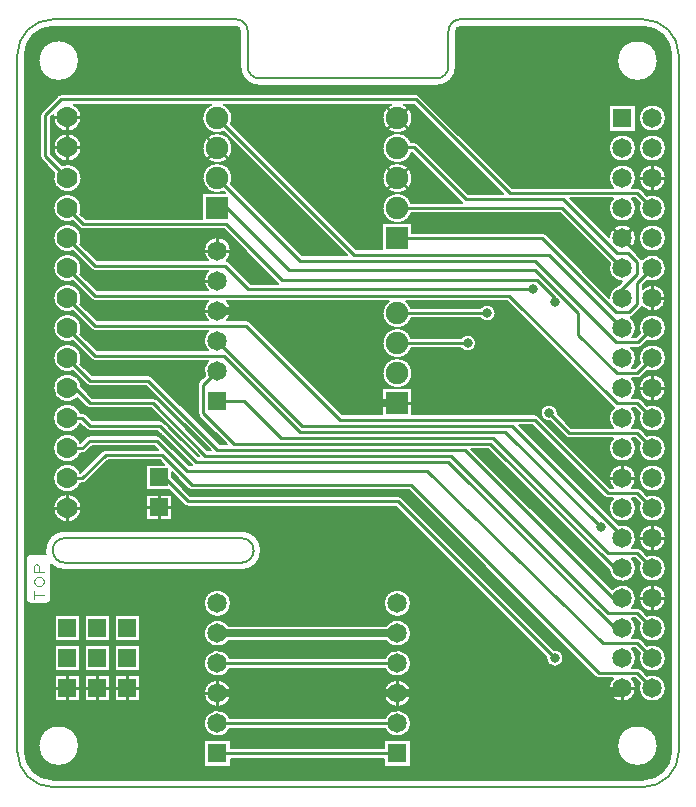
<source format=gbr>
G04 DesignSpark PCB PRO Gerber Version 10.1 Build 5299*
G04 #@! TF.Part,Single*
G04 #@! TF.FileFunction,Copper,L1,Top*
G04 #@! TF.FilePolarity,Positive*
%FSLAX35Y35*%
%MOIN*%
G04 #@! TA.AperFunction,ComponentPad*
%ADD19R,0.06000X0.06000*%
%ADD14R,0.06496X0.06496*%
%ADD16R,0.07500X0.07500*%
G04 #@! TD.AperFunction*
%ADD13C,0.00450*%
%ADD70C,0.00500*%
%ADD11C,0.01000*%
%ADD10C,0.02500*%
G04 #@! TA.AperFunction,ViaPad*
%ADD12C,0.03200*%
G04 #@! TA.AperFunction,ComponentPad*
%ADD15C,0.06496*%
%ADD18C,0.06969*%
%ADD17C,0.07500*%
G04 #@! TD.AperFunction*
X0Y0D02*
D02*
D10*
X129163Y137003D02*
X125272D01*
X94445Y167830D01*
X75272D01*
X135272Y40250D02*
X75272D01*
X135272D02*
X208519D01*
X210272Y42003D01*
X135272Y60250D02*
X75272D01*
X135272Y137003D02*
X129163D01*
X135272D02*
X129163D01*
D02*
D11*
X22266Y102003D02*
X20266D01*
X22266Y222250D02*
X20266D01*
X22266Y232250D02*
X20266D01*
X22772Y42003D02*
X20772D01*
X25250Y99019D02*
Y97019D01*
Y104987D02*
Y106987D01*
Y219266D02*
Y217266D01*
Y225234D02*
Y227234D01*
Y229266D02*
Y227266D01*
X25272Y39503D02*
Y37503D01*
Y44503D02*
Y46503D01*
Y122003D02*
X30272D01*
X32772Y124503D01*
X55022D01*
X65022Y114503D01*
X145272D01*
X203809Y57003D01*
X215272D01*
X220272Y52003D01*
X25272Y132003D02*
X30272D01*
X32772Y129503D01*
X56022D01*
X57985Y127540D01*
X58022D01*
X68022Y117540D01*
X152157D01*
X207694Y62003D01*
X210272D01*
X25272Y142003D02*
X27772D01*
X32772Y137003D01*
X53772D01*
X71235Y119541D01*
X152986D01*
X205523Y67003D01*
X215272D01*
X220272Y62003D01*
X25272Y162003D02*
X34445Y152830D01*
X77443D01*
X102730Y127542D01*
X171168D01*
X203110Y95600D01*
X25272Y192003D02*
X34445Y182830D01*
X77768D01*
X85625Y174973D01*
X180460D01*
X25272Y212003D02*
X17963Y219312D01*
Y232963D01*
X23250Y238250D01*
X141394D01*
X172641Y207003D01*
X215272D01*
X220272Y202003D01*
X27772Y42003D02*
X29772D01*
X28234Y102003D02*
X30234D01*
X28234Y222250D02*
X30234D01*
X28234Y232250D02*
X30234D01*
X32772Y42003D02*
X30772D01*
X35272Y39503D02*
Y37503D01*
Y44503D02*
Y46503D01*
X37772Y42003D02*
X39772D01*
X42772D02*
X40772D01*
X45272Y39503D02*
Y37503D01*
Y44503D02*
Y46503D01*
X47772Y42003D02*
X49772D01*
X53272Y102253D02*
X51272D01*
X55772Y99753D02*
Y97753D01*
Y104753D02*
Y106753D01*
Y112253D02*
X57522D01*
X65522Y104253D01*
X135522D01*
X187772Y52003D01*
X58272Y102253D02*
X60272D01*
X72524Y40250D02*
X70524D01*
X72524Y167830D02*
X70524D01*
X72524Y177830D02*
X70524D01*
X72524Y187830D02*
X70524D01*
X72974Y219705D02*
X71560Y218291D01*
X72974Y224301D02*
X71560Y225715D01*
X75272Y37502D02*
Y35502D01*
Y42998D02*
Y44998D01*
Y137830D02*
X84020D01*
X96308Y125542D01*
X166985D01*
X205523Y87003D01*
X215272D01*
X220272Y82003D01*
X75272Y157830D02*
X103559Y129543D01*
X173552D01*
X210272Y92823D01*
Y92003D01*
X75272Y190578D02*
Y192578D01*
Y232003D02*
X120787Y186488D01*
X185787D01*
X210272Y162003D01*
X77570Y219705D02*
X78984Y218291D01*
X78020Y40250D02*
X80020D01*
X78020Y167830D02*
X80020D01*
X78020Y187830D02*
X80020D01*
X132022Y137003D02*
X130022D01*
X132524Y40250D02*
X130524D01*
X132974Y209705D02*
X131560Y208291D01*
X132974Y214301D02*
X131560Y215715D01*
X132974Y229705D02*
X131560Y228291D01*
X132974Y234301D02*
X131560Y235715D01*
X135272Y20250D02*
X75272D01*
X135272Y30250D02*
X75272D01*
X135272Y37502D02*
Y35502D01*
Y42998D02*
Y44998D01*
Y50250D02*
X75272D01*
X135272Y157003D02*
X158661D01*
X135272Y222003D02*
X135519Y222250D01*
X140772D01*
X158020Y205002D01*
X190557D01*
X208556Y187003D01*
X212181D01*
X215227Y183957D01*
Y180015D01*
X210272Y175060D01*
Y172003D01*
X137570Y209705D02*
X138984Y208291D01*
X137570Y214301D02*
X138984Y215715D01*
X137570Y229705D02*
X138984Y228291D01*
X137570Y234301D02*
X138984Y235715D01*
X138020Y40250D02*
X140020D01*
X138522Y137003D02*
X140522D01*
X165180Y167003D02*
X135272D01*
X185833Y133735D02*
X192565Y127003D01*
X215272D01*
X220272Y122003D01*
X187675Y170557D02*
Y172143D01*
X181745Y178073D01*
X96716D01*
X78140Y196649D01*
X30626D01*
X25272Y202003D01*
X207524Y42003D02*
X205524D01*
X207524Y112003D02*
X205524D01*
X208329Y193946D02*
X206915Y195361D01*
X210272Y39255D02*
Y37255D01*
Y72003D02*
X207272D01*
X157772Y121503D01*
X75272D01*
X52272Y144503D01*
X32772D01*
X25272Y152003D01*
X210272Y82003D02*
X207694D01*
X166156Y123541D01*
X80720D01*
X70523Y133738D01*
Y143081D01*
X75272Y147830D01*
X210272Y114751D02*
Y116751D01*
Y182003D02*
X190272Y202003D01*
X135272D01*
X212215Y190060D02*
X213630Y188646D01*
X212215Y193946D02*
X213630Y195361D01*
X213020Y42003D02*
X215020D01*
X213020Y112003D02*
X215020D01*
X217524Y72003D02*
X215524D01*
X217524Y92003D02*
X215524D01*
X217524Y142003D02*
X215524D01*
X217524Y212003D02*
X215524D01*
X220272Y42003D02*
X215272Y47003D01*
X202519D01*
X139769Y109753D01*
X66772D01*
X56772Y119753D01*
X38022D01*
X30272Y112003D01*
X25272D01*
X220272Y69255D02*
Y67255D01*
Y74751D02*
Y76751D01*
Y89255D02*
Y87255D01*
Y94751D02*
Y96751D01*
Y102003D02*
X215272Y107003D01*
X205523D01*
X180983Y131543D01*
X116210D01*
X84924Y162830D01*
X34445D01*
X25272Y172003D01*
X220272Y132003D02*
X215272Y137003D01*
X208394D01*
X172567Y172830D01*
X34445D01*
X25272Y182003D01*
X220272Y139255D02*
Y137255D01*
Y144751D02*
Y146751D01*
Y152003D02*
X215272Y147003D01*
X208406D01*
X195581Y159828D01*
Y167067D01*
X181098Y181549D01*
X99039D01*
X78585Y202003D01*
X75272D01*
X220272Y162003D02*
X215522Y157253D01*
X208223D01*
X180989Y184487D01*
X102788D01*
X75272Y212003D01*
X220272Y169255D02*
Y167255D01*
Y174751D02*
Y176751D01*
Y182003D02*
X215272Y177003D01*
Y170094D01*
X212412Y167234D01*
X208291D01*
X183521Y192003D01*
X135272D01*
X220272Y209255D02*
Y207255D01*
Y214751D02*
Y216751D01*
X223020Y72003D02*
X225020D01*
X223020Y92003D02*
X225020D01*
X223020Y142003D02*
X225020D01*
X223020Y172003D02*
X225020D01*
X223020Y212003D02*
X225020D01*
D02*
D12*
X158661Y157003D03*
X165180Y167003D03*
X180460Y174973D03*
X185833Y133735D03*
X187675Y170557D03*
X187772Y52003D03*
X203110Y95600D03*
D02*
D13*
X17491Y73095D02*
X14116D01*
Y71689D02*
Y74501D01*
X16366Y76189D02*
X15241D01*
X14678Y76470D01*
X14397Y76751D01*
X14116Y77314D01*
Y77876D01*
X14397Y78439D01*
X14678Y78720D01*
X15241Y79001D01*
X16366D01*
X16928Y78720D01*
X17209Y78439D01*
X17491Y77876D01*
Y77314D01*
X17209Y76751D01*
X16928Y76470D01*
X16366Y76189D01*
X17491Y80689D02*
X14116D01*
Y82657D01*
X14397Y83220D01*
X14959Y83501D01*
X15522Y83220D01*
X15804Y82657D01*
Y80689D01*
D02*
D14*
X75272Y20250D03*
Y137830D03*
X135272Y20250D03*
X210272Y232003D03*
D02*
D15*
X75272Y30250D03*
Y40250D03*
Y50250D03*
Y60250D03*
Y70250D03*
Y147830D03*
Y157830D03*
Y167830D03*
Y177830D03*
Y187830D03*
X135272Y30250D03*
Y40250D03*
Y50250D03*
Y60250D03*
Y70250D03*
X210272Y42003D03*
Y52003D03*
Y62003D03*
Y72003D03*
Y82003D03*
Y92003D03*
Y102003D03*
Y112003D03*
Y122003D03*
Y132003D03*
Y142003D03*
Y152003D03*
Y162003D03*
Y172003D03*
Y182003D03*
Y192003D03*
Y202003D03*
Y212003D03*
Y222003D03*
X220272Y42003D03*
Y52003D03*
Y62003D03*
Y72003D03*
Y82003D03*
Y92003D03*
Y102003D03*
Y112003D03*
Y122003D03*
Y132003D03*
Y142003D03*
Y152003D03*
Y162003D03*
Y172003D03*
Y182003D03*
Y192003D03*
Y202003D03*
Y212003D03*
Y222003D03*
Y232003D03*
D02*
D16*
X75272Y202003D03*
X135272Y137003D03*
Y192003D03*
D02*
D17*
X75272Y212003D03*
Y222003D03*
Y232003D03*
X135272Y147003D03*
Y157003D03*
Y167003D03*
Y202003D03*
Y212003D03*
Y222003D03*
Y232003D03*
D02*
D18*
X25250Y102003D03*
Y222250D03*
Y232250D03*
X25272Y112003D03*
Y122003D03*
Y132003D03*
Y142003D03*
Y152003D03*
Y162003D03*
Y172003D03*
Y182003D03*
Y192003D03*
Y202003D03*
Y212003D03*
D02*
D19*
Y42003D03*
Y52003D03*
Y62003D03*
X35272Y42003D03*
Y52003D03*
Y62003D03*
X45272Y42003D03*
Y52003D03*
Y62003D03*
X55772Y102253D03*
Y112253D03*
D02*
D70*
X20390Y88066D02*
G75*
G02*
X24327Y92003I3937J0D01*
G01*
X83382D01*
G75*
G02*
X87319Y88066I0J-3937D01*
G01*
Y87791D01*
G75*
G02*
X83382Y83854I-3937J0D01*
G01*
X24327D01*
G75*
G02*
X20390Y87791I0J3937D01*
G01*
Y88066D01*
Y264956D02*
G75*
G03*
X8579Y253145I0J-11811D01*
G01*
Y20861D01*
G75*
G03*
X20390Y9050I11811J0D01*
G01*
X217241D01*
G75*
G03*
X229052Y20861I0J11811D01*
G01*
Y253145D01*
G75*
G03*
X217241Y264956I-11811J0D01*
G01*
X156217D01*
G75*
G03*
X152280Y261019I0J-3937D01*
G01*
Y249208D01*
G75*
G02*
X148343Y245271I-3937J0D01*
G01*
X89288D01*
G75*
G02*
X85351Y249208I0J3937D01*
G01*
Y261019D01*
G75*
G03*
X81414Y264956I-3937J0D01*
G01*
X20390D01*
X133086Y236500D02*
X77458D01*
G75*
G02*
X79821Y229929I-2186J-4497D01*
G01*
X121512Y188238D01*
X130272D01*
Y197003D01*
X140272D01*
Y193753D01*
X183520D01*
G75*
G02*
X184759Y193241I1J-1750D01*
G01*
X205779Y172220D01*
G75*
G02*
X209077Y176339I4493J-217D01*
G01*
X210243Y177505D01*
G75*
G02*
X206105Y183696I30J4498D01*
G01*
X189547Y200253D01*
X139956D01*
G75*
G02*
X130272Y202003I-4684J1750D01*
G01*
G75*
G02*
X139956Y203753I5000J0D01*
G01*
X156794D01*
G75*
G02*
X156782Y203765I1231J1243D01*
G01*
X140047Y220500D01*
X140041D01*
G75*
G02*
X130272Y222003I-4769J1503D01*
G01*
G75*
G02*
X139856Y224000I5000J0D01*
G01*
X140771D01*
G75*
G02*
X142009Y223487I1J-1750D01*
G01*
X158744Y206752D01*
X170417D01*
X140670Y236500D01*
X137458D01*
G75*
G02*
X135272Y227003I-2186J-4497D01*
G01*
G75*
G02*
X133086Y236500I0J5000D01*
G01*
X130272Y212003D02*
G75*
G02*
X140272I5000J0D01*
G01*
G75*
G02*
X130272I-5000J0D01*
G01*
X97747D02*
G36*
X97747Y212003D02*
X121512Y188238D01*
X130272D01*
Y197003D01*
X140272D01*
Y193753D01*
X183520D01*
G75*
G02*
X184759Y193241I1J-1750D01*
G01*
X205529Y172470D01*
X205798D01*
G75*
G02*
X209077Y176339I4474J-467D01*
G01*
X209993Y177255D01*
Y177514D01*
G75*
G02*
X205774Y182003I279J4489D01*
G01*
G75*
G02*
X206105Y183696I4498J0D01*
G01*
X189547Y200253D01*
X139956D01*
G75*
G02*
X130272Y202003I-4683J1751D01*
G01*
G75*
G02*
X135246Y207003I5000J0D01*
G01*
G75*
G02*
X130272Y212003I26J5000D01*
G01*
X97747D01*
G37*
X153494D02*
G36*
X153494Y212003D02*
X158744Y206752D01*
X170417D01*
X165167Y212003D01*
X153494D01*
G37*
X80272Y232003D02*
G36*
X80272Y232003D02*
G75*
G02*
X79821Y229929I-5000J0D01*
G01*
X97747Y212003D01*
X130272D01*
G75*
G02*
X135235Y217003I5000J0D01*
G01*
G75*
G02*
X130272Y222003I37J5000D01*
G01*
Y222003D01*
G75*
G02*
X139856Y224000I5000J-2D01*
G01*
X140771D01*
G75*
G02*
X142009Y223487I1J-1750D01*
G01*
X153494Y212003D01*
X165167D01*
X140920Y236250D01*
X137911D01*
G75*
G02*
X140272Y232003I-2639J-4247D01*
G01*
G75*
G02*
X135272Y227003I-5000J0D01*
G01*
G75*
G02*
X130273Y232003I0J5000D01*
G01*
G75*
G02*
X132635Y236250I4999J0D01*
G01*
X77911D01*
G75*
G02*
X80272Y232003I-2639J-4246D01*
G01*
G37*
X135298Y207003D02*
G36*
X135298Y207003D02*
G75*
G02*
X139956Y203753I-26J-5000D01*
G01*
X156794D01*
X156782Y203765D01*
X148544Y212003D01*
X140272D01*
G75*
G02*
X135298Y207003I-5000J0D01*
G01*
G37*
X140041Y220500D02*
G36*
X140041Y220500D02*
G75*
G02*
X135309Y217003I-4769J1503D01*
G01*
G75*
G02*
X140272Y212003I-37J-5000D01*
G01*
X148544D01*
X140047Y220500D01*
X140041D01*
G37*
X226552Y253145D02*
G75*
G03*
X217241Y262456I-9311J0D01*
G01*
X156217D01*
G75*
G03*
X154780Y261019I0J-1437D01*
G01*
Y249208D01*
G75*
G02*
X148343Y242771I-6437J0D01*
G01*
X89288D01*
G75*
G02*
X82851Y249208I0J6437D01*
G01*
Y261019D01*
G75*
G03*
X81414Y262456I-1437J0D01*
G01*
X20390D01*
G75*
G03*
X11079Y253145I0J-9311D01*
G01*
Y20861D01*
G75*
G03*
X20390Y11550I9311J0D01*
G01*
X217241D01*
G75*
G03*
X226552Y20861I0J9311D01*
G01*
Y253145D01*
X218580Y206170D02*
G75*
G02*
X224770Y202003I1693J-4167D01*
G01*
G75*
G02*
X215774I-4498J0D01*
G01*
G75*
G02*
X216105Y203696I4498J0D01*
G01*
X214547Y205253D01*
X213381D01*
G75*
G02*
X214770Y202003I-3109J-3250D01*
G01*
G75*
G02*
X205774I-4498J0D01*
G01*
G75*
G02*
X207163Y205253I4498J0D01*
G01*
X192781D01*
X205781Y192253D01*
G75*
G02*
X214770Y192003I4491J-250D01*
G01*
G75*
G02*
X213091Y188498I-4498J0D01*
G01*
G75*
G02*
X213418Y188241I-911J-1494D01*
G01*
X216464Y185194D01*
G75*
G02*
X216756Y184808I-1237J-1238D01*
G01*
G75*
G02*
X224770Y182003I3516J-2805D01*
G01*
G75*
G02*
X218580Y177836I-4498J0D01*
G01*
X217022Y176278D01*
Y175113D01*
G75*
G02*
X224770Y172003I3250J-3109D01*
G01*
G75*
G02*
X216767Y169184I-4498J0D01*
G01*
G75*
G02*
X216509Y168857I-1495J910D01*
G01*
X213649Y165996D01*
G75*
G02*
X212994Y165584I-1237J1237D01*
G01*
G75*
G02*
X213624Y159003I-2722J-3581D01*
G01*
X214797D01*
X216105Y160311D01*
G75*
G02*
X215774Y162003I4167J1693D01*
G01*
G75*
G02*
X224770I4498J0D01*
G01*
G75*
G02*
X218580Y157836I-4498J0D01*
G01*
X216759Y156016D01*
G75*
G02*
X215521Y155503I-1237J1237D01*
G01*
X213097D01*
G75*
G02*
X213381Y148753I-2825J-3500D01*
G01*
X214547D01*
X216105Y150311D01*
G75*
G02*
X215774Y152003I4167J1693D01*
G01*
G75*
G02*
X224770I4498J0D01*
G01*
G75*
G02*
X218580Y147836I-4498J0D01*
G01*
X216509Y145766D01*
G75*
G02*
X215271Y145253I-1237J1237D01*
G01*
X213381D01*
G75*
G02*
Y138753I-3109J-3250D01*
G01*
X215271D01*
G75*
G02*
X216509Y138241I1J-1750D01*
G01*
X218580Y136170D01*
G75*
G02*
X224770Y132003I1693J-4167D01*
G01*
G75*
G02*
X215774I-4498J0D01*
G01*
G75*
G02*
X216105Y133696I4498J0D01*
G01*
X214547Y135253D01*
X213381D01*
G75*
G02*
Y128753I-3109J-3250D01*
G01*
X215271D01*
G75*
G02*
X216509Y128241I1J-1750D01*
G01*
X218580Y126170D01*
G75*
G02*
X224770Y122003I1693J-4167D01*
G01*
G75*
G02*
X215774I-4498J0D01*
G01*
G75*
G02*
X216105Y123696I4498J0D01*
G01*
X214547Y125253D01*
X213381D01*
G75*
G02*
X214770Y122003I-3109J-3250D01*
G01*
G75*
G02*
X205774I-4498J0D01*
G01*
G75*
G02*
X207163Y125253I4498J0D01*
G01*
X192565D01*
G75*
G02*
X191327Y125766I-1J1750D01*
G01*
X186186Y130907D01*
G75*
G02*
X182983Y133735I-353J2828D01*
G01*
G75*
G02*
X188683I2850J0D01*
G01*
G75*
G02*
X188661Y133381I-2850J1D01*
G01*
X193289Y128753D01*
X207163D01*
G75*
G02*
X207467Y135519I3109J3250D01*
G01*
G75*
G02*
X207156Y135766I928J1484D01*
G01*
X171842Y171080D01*
X138167D01*
G75*
G02*
X139956Y168753I-2895J-4077D01*
G01*
X162930D01*
G75*
G02*
X168030Y167003I2250J-1750D01*
G01*
G75*
G02*
X162930Y165253I-2850J0D01*
G01*
X139956D01*
G75*
G02*
X130272Y167003I-4684J1750D01*
G01*
G75*
G02*
X132377Y171080I5000J0D01*
G01*
X78381D01*
G75*
G02*
Y164580I-3109J-3250D01*
G01*
X84923D01*
G75*
G02*
X86161Y164067I1J-1750D01*
G01*
X116935Y133293D01*
X130272D01*
Y142003D01*
X140272D01*
Y133293D01*
X180982D01*
G75*
G02*
X182220Y132781I1J-1750D01*
G01*
X206248Y108753D01*
X207163D01*
G75*
G02*
X205774Y112003I3109J3250D01*
G01*
G75*
G02*
X214770I4498J0D01*
G01*
G75*
G02*
X213381Y108753I-4498J0D01*
G01*
X215271D01*
G75*
G02*
X216509Y108241I1J-1750D01*
G01*
X218580Y106170D01*
G75*
G02*
X224770Y102003I1693J-4167D01*
G01*
G75*
G02*
X215774I-4498J0D01*
G01*
G75*
G02*
X216105Y103696I4498J0D01*
G01*
X214547Y105253D01*
X213381D01*
G75*
G02*
X214770Y102003I-3109J-3250D01*
G01*
G75*
G02*
X205774I-4498J0D01*
G01*
G75*
G02*
X207163Y105253I4498J0D01*
G01*
X205524D01*
G75*
G02*
X204286Y105766I-1J1750D01*
G01*
X180258Y129793D01*
X175776D01*
X209198Y96371D01*
G75*
G02*
X213381Y88753I1074J-4368D01*
G01*
X215271D01*
G75*
G02*
X216509Y88241I1J-1750D01*
G01*
X218580Y86170D01*
G75*
G02*
X224770Y82003I1693J-4167D01*
G01*
G75*
G02*
X215774I-4498J0D01*
G01*
G75*
G02*
X216105Y83696I4498J0D01*
G01*
X214547Y85253D01*
X213381D01*
G75*
G02*
X214770Y82003I-3109J-3250D01*
G01*
G75*
G02*
X205813Y81409I-4498J0D01*
G01*
X165431Y121791D01*
X159959D01*
X206840Y74910D01*
G75*
G02*
X214770Y72003I3432J-2907D01*
G01*
G75*
G02*
X213381Y68753I-4498J0D01*
G01*
X215271D01*
G75*
G02*
X216509Y68241I1J-1750D01*
G01*
X218580Y66170D01*
G75*
G02*
X224770Y62003I1693J-4167D01*
G01*
G75*
G02*
X215774I-4498J0D01*
G01*
G75*
G02*
X216105Y63696I4498J0D01*
G01*
X214547Y65253D01*
X213381D01*
G75*
G02*
Y58753I-3109J-3250D01*
G01*
X215271D01*
G75*
G02*
X216509Y58241I1J-1750D01*
G01*
X218580Y56170D01*
G75*
G02*
X224770Y52003I1693J-4167D01*
G01*
G75*
G02*
X215774I-4498J0D01*
G01*
G75*
G02*
X216105Y53696I4498J0D01*
G01*
X214547Y55253D01*
X213381D01*
G75*
G02*
Y48753I-3109J-3250D01*
G01*
X215271D01*
G75*
G02*
X216509Y48241I1J-1750D01*
G01*
X218580Y46170D01*
G75*
G02*
X224770Y42003I1693J-4167D01*
G01*
G75*
G02*
X215774I-4498J0D01*
G01*
G75*
G02*
X216105Y43696I4498J0D01*
G01*
X214547Y45253D01*
X213381D01*
G75*
G02*
X214770Y42003I-3109J-3250D01*
G01*
G75*
G02*
X205774I-4498J0D01*
G01*
G75*
G02*
X207163Y45253I4498J0D01*
G01*
X202520D01*
G75*
G02*
X201281Y45766I-1J1750D01*
G01*
X139044Y108003D01*
X66773D01*
G75*
G02*
X65535Y108516I-1J1750D01*
G01*
X60022Y114028D01*
Y112228D01*
X66247Y106003D01*
X135521D01*
G75*
G02*
X136759Y105491I1J-1750D01*
G01*
X187419Y54831D01*
G75*
G02*
X190622Y52003I353J-2828D01*
G01*
G75*
G02*
X184922I-2850J0D01*
G01*
G75*
G02*
X184944Y52356I2850J-1D01*
G01*
X134797Y102503D01*
X65523D01*
G75*
G02*
X64285Y103016I-1J1750D01*
G01*
X59297Y108003D01*
X51522D01*
Y116503D01*
X57547D01*
X56047Y118003D01*
X38747D01*
X31509Y110766D01*
G75*
G02*
X30271Y110253I-1237J1237D01*
G01*
X29671D01*
G75*
G02*
X20538Y112003I-4399J1750D01*
G01*
G75*
G02*
X29635Y113841I4734J0D01*
G01*
X36785Y120991D01*
G75*
G02*
X38023Y121503I1237J-1237D01*
G01*
X55547D01*
X54297Y122753D01*
X33497D01*
X31509Y120766D01*
G75*
G02*
X30271Y120253I-1237J1237D01*
G01*
X29671D01*
G75*
G02*
X20538Y122003I-4399J1750D01*
G01*
G75*
G02*
X29635Y123841I4734J0D01*
G01*
X31535Y125741D01*
G75*
G02*
X32773Y126253I1237J-1237D01*
G01*
X55021D01*
G75*
G02*
X56259Y125741I1J-1750D01*
G01*
X65747Y116253D01*
X66836D01*
G75*
G02*
X66785Y116303I1187J1286D01*
G01*
X56979Y126108D01*
G75*
G02*
X56748Y126303I1007J1431D01*
G01*
X55297Y127753D01*
X32773D01*
G75*
G02*
X31535Y128266I-1J1750D01*
G01*
X29635Y130165D01*
G75*
G02*
X20538Y132003I-4363J1838D01*
G01*
G75*
G02*
X29671Y133753I4734J0D01*
G01*
X30271D01*
G75*
G02*
X31509Y133241I1J-1750D01*
G01*
X33497Y131253D01*
X56021D01*
G75*
G02*
X57259Y130741I1J-1750D01*
G01*
X59028Y128972D01*
G75*
G02*
X59259Y128778I-1007J-1431D01*
G01*
X68747Y119290D01*
X69010D01*
X53047Y135253D01*
X32773D01*
G75*
G02*
X31535Y135766I-1J1750D01*
G01*
X28632Y138668D01*
G75*
G02*
X20538Y142003I-3360J3335D01*
G01*
G75*
G02*
X30000Y142250I4734J0D01*
G01*
X33497Y138753D01*
X53771D01*
G75*
G02*
X55009Y138241I1J-1750D01*
G01*
X71959Y121291D01*
X73010D01*
X51547Y142753D01*
X32773D01*
G75*
G02*
X31535Y143266I-1J1750D01*
G01*
X27145Y147655D01*
G75*
G02*
X20538Y152003I-1873J4348D01*
G01*
G75*
G02*
X25272Y156737I4734J0D01*
G01*
G75*
G02*
X29620Y150130I0J-4735D01*
G01*
X33497Y146253D01*
X52271D01*
G75*
G02*
X53509Y145741I1J-1750D01*
G01*
X75997Y123253D01*
X78533D01*
X69286Y132501D01*
G75*
G02*
X68773Y133738I1237J1237D01*
G01*
Y143081D01*
G75*
G02*
X69286Y144319I1750J0D01*
G01*
X71105Y146137D01*
G75*
G02*
X72163Y151080I4167J1693D01*
G01*
X34446D01*
G75*
G02*
X33208Y151593I-1J1750D01*
G01*
X27145Y157655D01*
G75*
G02*
X20538Y162003I-1873J4348D01*
G01*
G75*
G02*
X25272Y166737I4734J0D01*
G01*
G75*
G02*
X29620Y160130I0J-4735D01*
G01*
X35170Y154580D01*
X72163D01*
G75*
G02*
Y161080I3109J3250D01*
G01*
X34446D01*
G75*
G02*
X33208Y161593I-1J1750D01*
G01*
X27145Y167655D01*
G75*
G02*
X20538Y172003I-1873J4348D01*
G01*
G75*
G02*
X25272Y176737I4734J0D01*
G01*
G75*
G02*
X29620Y170130I0J-4735D01*
G01*
X35170Y164580D01*
X72163D01*
G75*
G02*
Y171080I3109J3250D01*
G01*
X34446D01*
G75*
G02*
X33208Y171593I-1J1750D01*
G01*
X27145Y177655D01*
G75*
G02*
X20538Y182003I-1873J4348D01*
G01*
G75*
G02*
X25272Y186737I4734J0D01*
G01*
G75*
G02*
X29620Y180130I0J-4735D01*
G01*
X35170Y174580D01*
X72163D01*
G75*
G02*
Y181080I3109J3250D01*
G01*
X34446D01*
G75*
G02*
X33208Y181593I-1J1750D01*
G01*
X27145Y187655D01*
G75*
G02*
X20538Y192003I-1873J4348D01*
G01*
G75*
G02*
X25272Y196737I4734J0D01*
G01*
G75*
G02*
X29620Y190130I0J-4735D01*
G01*
X35170Y184580D01*
X72163D01*
G75*
G02*
X70774Y187830I3109J3250D01*
G01*
G75*
G02*
X79770I4498J0D01*
G01*
G75*
G02*
X78294Y184499I-4498J0D01*
G01*
G75*
G02*
X79006Y184067I-526J-1669D01*
G01*
X86350Y176722D01*
X95604D01*
G75*
G02*
X95478Y176836I1112J1350D01*
G01*
X77415Y194899D01*
X30627D01*
G75*
G02*
X29389Y195412I-1J1750D01*
G01*
X27145Y197655D01*
G75*
G02*
X20538Y202003I-1873J4348D01*
G01*
G75*
G02*
X25272Y206737I4734J0D01*
G01*
G75*
G02*
X29620Y200130I0J-4735D01*
G01*
X31351Y198399D01*
X70272D01*
Y207003D01*
X77797D01*
X77346Y207454D01*
G75*
G02*
X70272Y212003I-2074J4549D01*
G01*
G75*
G02*
X80272I5000J0D01*
G01*
G75*
G02*
X79821Y209929I-5000J0D01*
G01*
X103513Y186237D01*
X118563D01*
X77346Y227454D01*
G75*
G02*
X73086Y236500I-2074J4549D01*
G01*
X27336D01*
G75*
G02*
X25250Y227516I-2086J-4250D01*
G01*
G75*
G02*
X20597Y233122I-1J4733D01*
G01*
X19713Y232238D01*
Y220037D01*
X23399Y216351D01*
G75*
G02*
X30006Y212003I1873J-4348D01*
G01*
G75*
G02*
X25272Y207269I-4734J0D01*
G01*
G75*
G02*
X20924Y213876I0J4735D01*
G01*
X16726Y218075D01*
G75*
G02*
X16213Y219312I1237J1237D01*
G01*
Y232963D01*
G75*
G02*
X16726Y234200I1750J0D01*
G01*
X22013Y239487D01*
G75*
G02*
X23251Y240000I1237J-1237D01*
G01*
X141394D01*
G75*
G02*
X142632Y239487I1J-1750D01*
G01*
X173366Y208753D01*
X207163D01*
G75*
G02*
X205774Y212003I3109J3250D01*
G01*
G75*
G02*
X214770I4498J0D01*
G01*
G75*
G02*
X213381Y208753I-4498J0D01*
G01*
X215271D01*
G75*
G02*
X216509Y208241I1J-1750D01*
G01*
X218580Y206170D01*
X70272Y222003D02*
G75*
G02*
X80272I5000J0D01*
G01*
G75*
G02*
X70272I-5000J0D01*
G01*
X130272Y147003D02*
G75*
G02*
X140272I5000J0D01*
G01*
G75*
G02*
X130272I-5000J0D01*
G01*
X156411Y158753D02*
G75*
G02*
X161511Y157003I2250J-1750D01*
G01*
G75*
G02*
X156411Y155253I-2850J0D01*
G01*
X139956D01*
G75*
G02*
X130272Y157003I-4684J1750D01*
G01*
G75*
G02*
X139956Y158753I5000J0D01*
G01*
X156411D01*
X215774Y192003D02*
G75*
G02*
X224770I4498J0D01*
G01*
G75*
G02*
X215774I-4498J0D01*
G01*
Y142003D02*
G75*
G02*
X224770I4498J0D01*
G01*
G75*
G02*
X215774I-4498J0D01*
G01*
Y112003D02*
G75*
G02*
X224770I4498J0D01*
G01*
G75*
G02*
X215774I-4498J0D01*
G01*
Y92003D02*
G75*
G02*
X224770I4498J0D01*
G01*
G75*
G02*
X215774I-4498J0D01*
G01*
Y72003D02*
G75*
G02*
X224770I4498J0D01*
G01*
G75*
G02*
X215774I-4498J0D01*
G01*
X208510Y22830D02*
G75*
G02*
X222034I6762J0D01*
G01*
G75*
G02*
X208510I-6762J0D01*
G01*
X130774Y70250D02*
G75*
G02*
X139770I4498J0D01*
G01*
G75*
G02*
X130774I-4498J0D01*
G01*
X51522Y106503D02*
X60022D01*
Y98003D01*
X51522D01*
Y106503D01*
X25250Y226984D02*
G75*
G02*
X29984Y222250I0J-4734D01*
G01*
G75*
G02*
X25250Y217516I-4734J0D01*
G01*
G75*
G02*
X20516Y222250I0J4734D01*
G01*
G75*
G02*
X25250Y226984I4734J0D01*
G01*
X83382Y94503D02*
G75*
G02*
X89819Y88066I0J-6437D01*
G01*
Y87791D01*
G75*
G02*
X83382Y81354I-6437J0D01*
G01*
X24327D01*
G75*
G02*
X19809Y83205I0J6437D01*
G01*
Y71464D01*
G75*
G02*
X18559Y70214I-1250J0D01*
G01*
X12709D01*
G75*
G02*
X11459Y71464I0J1250D01*
G01*
Y85413D01*
G75*
G02*
X12709Y86663I1250J0D01*
G01*
X17990D01*
G75*
G02*
X17890Y87791I6338J1128D01*
G01*
Y88066D01*
G75*
G02*
X24327Y94503I6437J0D01*
G01*
X83382D01*
X31022Y46253D02*
X39522D01*
Y37753D01*
X31022D01*
Y46253D01*
Y56253D02*
X39522D01*
Y47753D01*
X31022D01*
Y56253D01*
Y66253D02*
X39522D01*
Y57753D01*
X31022D01*
Y66253D01*
X41022Y46253D02*
X49522D01*
Y37753D01*
X41022D01*
Y46253D01*
Y56253D02*
X49522D01*
Y47753D01*
X41022D01*
Y56253D01*
Y66253D02*
X49522D01*
Y57753D01*
X41022D01*
Y66253D01*
X130774Y24747D02*
X139770D01*
Y15751D01*
X130774D01*
Y18500D01*
X79770D01*
Y15751D01*
X70774D01*
Y24747D01*
X79770D01*
Y22000D01*
X130774D01*
Y24747D01*
X131128Y32000D02*
G75*
G02*
X139770Y30250I4144J-1750D01*
G01*
G75*
G02*
X131128Y28500I-4498J0D01*
G01*
X79416D01*
G75*
G02*
X70774Y30250I-4144J1750D01*
G01*
G75*
G02*
X79416Y32000I4498J0D01*
G01*
X131128D01*
X70774Y40250D02*
G75*
G02*
X79770I4498J0D01*
G01*
G75*
G02*
X70774I-4498J0D01*
G01*
X131128Y52000D02*
G75*
G02*
X139770Y50250I4144J-1750D01*
G01*
G75*
G02*
X131128Y48500I-4498J0D01*
G01*
X79416D01*
G75*
G02*
X70774Y50250I-4144J1750D01*
G01*
G75*
G02*
X79416Y52000I4498J0D01*
G01*
X131128D01*
X130774Y40250D02*
G75*
G02*
X139770I4498J0D01*
G01*
G75*
G02*
X130774I-4498J0D01*
G01*
X131533Y62750D02*
G75*
G02*
X139770Y60250I3739J-2500D01*
G01*
G75*
G02*
X131533Y57750I-4498J0D01*
G01*
X79011D01*
G75*
G02*
X70774Y60250I-3739J2500D01*
G01*
G75*
G02*
X79011Y62750I4498J0D01*
G01*
X131533D01*
X70774Y70250D02*
G75*
G02*
X79770I4498J0D01*
G01*
G75*
G02*
X70774I-4498J0D01*
G01*
X21022Y46253D02*
X29522D01*
Y37753D01*
X21022D01*
Y46253D01*
Y56253D02*
X29522D01*
Y47753D01*
X21022D01*
Y56253D01*
Y66253D02*
X29522D01*
Y57753D01*
X21022D01*
Y66253D01*
X15597Y22830D02*
G75*
G02*
X29120I6762J0D01*
G01*
G75*
G02*
X15597I-6762J0D01*
G01*
X25250Y106737D02*
G75*
G02*
X29984Y102003I0J-4734D01*
G01*
G75*
G02*
X25250Y97269I-4734J0D01*
G01*
G75*
G02*
X20516Y102003I0J4734D01*
G01*
G75*
G02*
X25250Y106737I4734J0D01*
G01*
X205774Y222003D02*
G75*
G02*
X214770I4498J0D01*
G01*
G75*
G02*
X205774I-4498J0D01*
G01*
Y236501D02*
X214770D01*
Y227505D01*
X205774D01*
Y236501D01*
X208510Y251176D02*
G75*
G02*
X222034I6762J0D01*
G01*
G75*
G02*
X208510I-6762J0D01*
G01*
X215774Y212003D02*
G75*
G02*
X224770I4498J0D01*
G01*
G75*
G02*
X215774I-4498J0D01*
G01*
Y222003D02*
G75*
G02*
X224770I4498J0D01*
G01*
G75*
G02*
X215774I-4498J0D01*
G01*
Y232003D02*
G75*
G02*
X224770I4498J0D01*
G01*
G75*
G02*
X215774I-4498J0D01*
G01*
X15597Y251176D02*
G75*
G02*
X29120I6762J0D01*
G01*
G75*
G02*
X15597I-6762J0D01*
G01*
X11329Y22830D02*
G36*
X11329Y22830D02*
Y18719D01*
G75*
G03*
X18247Y11800I9061J2143D01*
G01*
X219383D01*
G75*
G03*
X226302Y18719I-2143J9061D01*
G01*
Y22830D01*
X222034D01*
G75*
G02*
X208510I-6762J0D01*
G01*
X139770D01*
Y15751D01*
X130774D01*
Y18500D01*
X79770D01*
Y15751D01*
X70774D01*
Y22830D01*
X29120D01*
G75*
G02*
X15597I-6762J0D01*
G01*
X11329D01*
G37*
X79770D02*
G36*
X79770Y22830D02*
Y22000D01*
X130774D01*
Y22830D01*
X79770D01*
G37*
X11329Y30250D02*
G36*
X11329Y30250D02*
Y22830D01*
X15597D01*
G75*
G02*
X29120I6762J0D01*
G01*
X70774D01*
Y24747D01*
X79770D01*
Y22830D01*
X130774D01*
Y24747D01*
X139770D01*
Y22830D01*
X208510D01*
G75*
G02*
X222034I6762J0D01*
G01*
X226302D01*
Y30250D01*
X139770D01*
G75*
G02*
X131128Y28500I-4498J0D01*
G01*
X79416D01*
G75*
G02*
X70774Y30250I-4144J1750D01*
G01*
X11329D01*
G37*
Y42003D02*
G36*
X11329Y42003D02*
Y30250D01*
X70774D01*
G75*
G02*
X79416Y32000I4498J0D01*
G01*
X131128D01*
G75*
G02*
X139770Y30250I4144J-1750D01*
G01*
X226302D01*
Y42003D01*
X224770D01*
G75*
G02*
X215774I-4498J0D01*
G01*
X214770D01*
G75*
G02*
X205774I-4498J0D01*
G01*
X139414D01*
G75*
G02*
X139770Y40250I-4142J-1754D01*
G01*
G75*
G02*
X130774I-4498J0D01*
G01*
G75*
G02*
X131130Y42003I4498J0D01*
G01*
X79414D01*
G75*
G02*
X79770Y40250I-4142J-1754D01*
G01*
G75*
G02*
X70774I-4498J0D01*
G01*
G75*
G02*
X71130Y42003I4498J0D01*
G01*
X49522D01*
Y37753D01*
X41022D01*
Y42003D01*
X39522D01*
Y37753D01*
X31022D01*
Y42003D01*
X29522D01*
Y37753D01*
X21022D01*
Y42003D01*
X11329D01*
G37*
Y52003D02*
G36*
X11329Y52003D02*
Y42003D01*
X21022D01*
Y46253D01*
X29522D01*
Y42003D01*
X31022D01*
Y46253D01*
X39522D01*
Y42003D01*
X41022D01*
Y46253D01*
X49522D01*
Y42003D01*
X71130D01*
G75*
G02*
X79414I4142J-1753D01*
G01*
X131130D01*
G75*
G02*
X139414I4142J-1753D01*
G01*
X205774D01*
G75*
G02*
X207163Y45253I4500J-1D01*
G01*
X202520D01*
G75*
G02*
X201281Y45766I-1J1750D01*
G01*
X195044Y52003D01*
X190622D01*
G75*
G02*
X184922I-2850J0D01*
G01*
X139415D01*
G75*
G02*
X139770Y50250I-4143J-1753D01*
G01*
G75*
G02*
X131128Y48500I-4498J0D01*
G01*
X79416D01*
G75*
G02*
X70774Y50250I-4144J1750D01*
G01*
G75*
G02*
X71130Y52003I4498J0D01*
G01*
X49522D01*
Y47753D01*
X41022D01*
Y52003D01*
X39522D01*
Y47753D01*
X31022D01*
Y52003D01*
X29522D01*
Y47753D01*
X21022D01*
Y52003D01*
X11329D01*
G37*
X79415D02*
G36*
X79415Y52003D02*
G75*
G02*
X79416Y52000I-4196J-1575D01*
G01*
X131128D01*
G75*
G02*
X131130Y52003I4197J-1572D01*
G01*
X79415D01*
G37*
X214547Y45253D02*
G36*
X214547Y45253D02*
X213381D01*
G75*
G02*
X214770Y42003I-3111J-3251D01*
G01*
X215774D01*
G75*
G02*
X216105Y43696I4498J0D01*
G01*
X214547Y45253D01*
G37*
X214770Y52003D02*
G36*
X214770Y52003D02*
G75*
G02*
X213381Y48753I-4498J0D01*
G01*
X215271D01*
G75*
G02*
X216509Y48241I1J-1750D01*
G01*
X218580Y46170D01*
G75*
G02*
X224770Y42003I1693J-4168D01*
G01*
X226302D01*
Y52003D01*
X224770D01*
G75*
G02*
X215774I-4498J0D01*
G01*
X214770D01*
G37*
X11329Y62003D02*
G36*
X11329Y62003D02*
Y52003D01*
X21022D01*
Y56253D01*
X29522D01*
Y52003D01*
X31022D01*
Y56253D01*
X39522D01*
Y52003D01*
X41022D01*
Y56253D01*
X49522D01*
Y52003D01*
X71130D01*
G75*
G02*
X79415I4143J-1753D01*
G01*
X131130D01*
G75*
G02*
X139415I4143J-1753D01*
G01*
X184922D01*
G75*
G02*
X184944Y52356I2842J0D01*
G01*
X175297Y62003D01*
X139415D01*
G75*
G02*
X139770Y60250I-4143J-1753D01*
G01*
G75*
G02*
X131533Y57750I-4498J0D01*
G01*
X79011D01*
G75*
G02*
X70774Y60250I-3739J2500D01*
G01*
G75*
G02*
X71130Y62003I4498J0D01*
G01*
X49522D01*
Y57753D01*
X41022D01*
Y62003D01*
X39522D01*
Y57753D01*
X31022D01*
Y62003D01*
X29522D01*
Y57753D01*
X21022D01*
Y62003D01*
X11329D01*
G37*
X185044D02*
G36*
X185044Y62003D02*
X180247D01*
X187419Y54831D01*
G75*
G02*
X190622Y52004I354J-2828D01*
G01*
Y52003D01*
X195044D01*
X185044Y62003D01*
G37*
X214547Y55253D02*
G36*
X214547Y55253D02*
X213381D01*
G75*
G02*
X214770Y52003I-3109J-3250D01*
G01*
X215774D01*
G75*
G02*
X216105Y53696I4498J0D01*
G01*
X214547Y55253D01*
G37*
X214770Y62003D02*
G36*
X214770Y62003D02*
G75*
G02*
X213381Y58753I-4498J0D01*
G01*
X215271D01*
G75*
G02*
X216509Y58241I1J-1750D01*
G01*
X218580Y56170D01*
G75*
G02*
X224770Y52003I1693J-4168D01*
G01*
X226302D01*
Y62003D01*
X224770D01*
G75*
G02*
X215774I-4498J0D01*
G01*
X214770D01*
G37*
X11329Y72003D02*
G36*
X11329Y72003D02*
Y62003D01*
X21022D01*
Y66253D01*
X29522D01*
Y62003D01*
X31022D01*
Y66253D01*
X39522D01*
Y62003D01*
X41022D01*
Y66253D01*
X49522D01*
Y62003D01*
X71130D01*
G75*
G02*
X79011Y62750I4143J-1753D01*
G01*
X131533D01*
G75*
G02*
X139415Y62003I3739J-2500D01*
G01*
X175297D01*
X165297Y72003D01*
X139414D01*
G75*
G02*
X139770Y70250I-4142J-1754D01*
G01*
G75*
G02*
X130774I-4498J0D01*
G01*
G75*
G02*
X131130Y72003I4498J0D01*
G01*
X79414D01*
G75*
G02*
X79770Y70250I-4142J-1754D01*
G01*
G75*
G02*
X70774I-4498J0D01*
G01*
G75*
G02*
X71130Y72003I4498J0D01*
G01*
X19809D01*
Y71464D01*
G75*
G02*
X18559Y70214I-1250J0D01*
G01*
X12709D01*
G75*
G02*
X11459Y71464I0J1250D01*
G01*
Y72003D01*
X11329D01*
G37*
X175044D02*
G36*
X175044Y72003D02*
X170247D01*
X180247Y62003D01*
X185044D01*
X175044Y72003D01*
G37*
X214547Y65253D02*
G36*
X214547Y65253D02*
X213381D01*
G75*
G02*
X214770Y62003I-3109J-3250D01*
G01*
X215774D01*
G75*
G02*
X216105Y63696I4498J0D01*
G01*
X214547Y65253D01*
G37*
X214770Y72003D02*
G36*
X214770Y72003D02*
G75*
G02*
X213381Y68753I-4500J1D01*
G01*
X215271D01*
G75*
G02*
X216509Y68241I1J-1750D01*
G01*
X218580Y66170D01*
G75*
G02*
X224770Y62003I1693J-4168D01*
G01*
X226302D01*
Y72003D01*
X224770D01*
G75*
G02*
X215774I-4498J0D01*
G01*
X214770D01*
G37*
X11329Y92003D02*
G36*
X11329Y92003D02*
Y72003D01*
X11459D01*
Y85413D01*
G75*
G02*
X12709Y86663I1250J0D01*
G01*
X17990D01*
G75*
G02*
X17890Y87787I6301J1125D01*
G01*
G75*
G02*
Y87791I6223J2D01*
G01*
Y88066D01*
G75*
G02*
X19235Y92003I6437J0D01*
G01*
X11329D01*
G37*
X19809Y83205D02*
G36*
X19809Y83205D02*
Y72003D01*
X71130D01*
G75*
G02*
X79414I4142J-1753D01*
G01*
X131130D01*
G75*
G02*
X139414I4142J-1753D01*
G01*
X165297D01*
X145297Y92003D01*
X88475D01*
G75*
G02*
X89819Y88066I-5093J-3937D01*
G01*
Y87791D01*
G75*
G02*
X83382Y81354I-6437J0D01*
G01*
X24327D01*
G75*
G02*
X19809Y83205I-1J6435D01*
G01*
G37*
X155044Y92003D02*
G36*
X155044Y92003D02*
X150247D01*
X170247Y72003D01*
X175044D01*
X155044Y92003D01*
G37*
X195219D02*
G36*
X195219Y92003D02*
X189747D01*
X206840Y74910D01*
G75*
G02*
X214770Y72003I3432J-2907D01*
G01*
X215774D01*
G75*
G02*
X224770I4498J0D01*
G01*
X226302D01*
Y92003D01*
X224770D01*
G75*
G02*
X215774I-4498J0D01*
G01*
X214770D01*
G75*
G02*
X213381Y88753I-4498J0D01*
G01*
X215271D01*
G75*
G02*
X216509Y88241I1J-1750D01*
G01*
X218580Y86170D01*
G75*
G02*
X224770Y82003I1693J-4168D01*
G01*
G75*
G02*
X215774I-4498J0D01*
G01*
G75*
G02*
X216105Y83696I4498J0D01*
G01*
X214547Y85253D01*
X213381D01*
G75*
G02*
X214770Y82003I-3111J-3251D01*
G01*
G75*
G02*
X205813Y81409I-4498J0D01*
G01*
X195219Y92003D01*
G37*
X11329Y102253D02*
G36*
X11329Y102253D02*
Y92003D01*
X19235D01*
G75*
G02*
X24327Y94503I5093J-3937D01*
G01*
X83382D01*
G75*
G02*
X88475Y92003I0J-6437D01*
G01*
X145297D01*
X135047Y102253D01*
X60022D01*
Y98003D01*
X51522D01*
Y102253D01*
X29978D01*
G75*
G02*
X29984Y102003I-4729J-252D01*
G01*
G75*
G02*
X25250Y97269I-4734J0D01*
G01*
G75*
G02*
X20516Y102003I0J4734D01*
G01*
G75*
G02*
X20522Y102253I4736J-2D01*
G01*
X11329D01*
G37*
X144794D02*
G36*
X144794Y102253D02*
X139997D01*
X150247Y92003D01*
X155044D01*
X144794Y102253D01*
G37*
X184969D02*
G36*
X184969Y102253D02*
X179497D01*
X189747Y92003D01*
X195219D01*
X184969Y102253D01*
G37*
X205774Y102003D02*
G36*
X205774Y102003D02*
G75*
G02*
X205781Y102253I4501J-2D01*
G01*
X203317D01*
X209198Y96371D01*
G75*
G02*
X214770Y92004I1074J-4368D01*
G01*
Y92003D01*
X215774D01*
G75*
G02*
X224770I4498J0D01*
G01*
X226302D01*
Y102253D01*
X224763D01*
G75*
G02*
X224770Y102003I-4491J-252D01*
G01*
G75*
G02*
X215774I-4498J0D01*
G01*
G75*
G02*
X215781Y102253I4498J-2D01*
G01*
X214763D01*
G75*
G02*
X214770Y102003I-4494J-252D01*
G01*
G75*
G02*
X205774I-4498J0D01*
G01*
G37*
X11329Y112003D02*
G36*
X11329Y112003D02*
Y102253D01*
X20522D01*
G75*
G02*
X25250Y106737I4728J-250D01*
G01*
G75*
G02*
X29978Y102253I0J-4734D01*
G01*
X51522D01*
Y106503D01*
X60022D01*
Y102253D01*
X135047D01*
X134797Y102503D01*
X65523D01*
G75*
G02*
X64285Y103016I-1J1750D01*
G01*
X59297Y108003D01*
X51522D01*
Y112003D01*
X32747D01*
X31509Y110766D01*
G75*
G02*
X30271Y110253I-1237J1237D01*
G01*
X29671D01*
G75*
G02*
X20538Y112003I-4399J1750D01*
G01*
X11329D01*
G37*
X62047D02*
G36*
X62047Y112003D02*
X60247D01*
X66247Y106003D01*
X135521D01*
G75*
G02*
X136759Y105491I1J-1750D01*
G01*
X139997Y102253D01*
X144794D01*
X139044Y108003D01*
X66773D01*
G75*
G02*
X65535Y108516I-1J1750D01*
G01*
X62047Y112003D01*
G37*
X175219D02*
G36*
X175219Y112003D02*
X169747D01*
X179497Y102253D01*
X184969D01*
X175219Y112003D01*
G37*
X198048D02*
G36*
X198048Y112003D02*
X193567D01*
X203317Y102253D01*
X205781D01*
G75*
G02*
X207163Y105253I4493J-251D01*
G01*
X205524D01*
G75*
G02*
X204286Y105766I-1J1750D01*
G01*
X198048Y112003D01*
G37*
X205774D02*
G36*
X205774Y112003D02*
X202998D01*
X206248Y108753D01*
X207163D01*
G75*
G02*
X205774Y112003I3111J3251D01*
G01*
G37*
X214547Y105253D02*
G36*
X214547Y105253D02*
X213381D01*
G75*
G02*
X214763Y102253I-3111J-3251D01*
G01*
X215781D01*
G75*
G02*
X216105Y103696I4491J-250D01*
G01*
X214547Y105253D01*
G37*
X214770Y112003D02*
G36*
X214770Y112003D02*
G75*
G02*
X213381Y108753I-4500J1D01*
G01*
X215271D01*
G75*
G02*
X216509Y108241I1J-1750D01*
G01*
X218580Y106170D01*
G75*
G02*
X224763Y102253I1692J-4168D01*
G01*
X226302D01*
Y112003D01*
X224770D01*
G75*
G02*
X215774I-4498J0D01*
G01*
X214770D01*
G37*
X11329Y138752D02*
G36*
X11329Y138752D02*
Y112003D01*
X20538D01*
G75*
G02*
X29635Y113841I4734J0D01*
G01*
X36785Y120991D01*
G75*
G02*
X38023Y121503I1237J-1237D01*
G01*
X55547D01*
X54297Y122753D01*
X33497D01*
X31509Y120766D01*
G75*
G02*
X30271Y120253I-1237J1237D01*
G01*
X29671D01*
G75*
G02*
X20538Y122003I-4399J1750D01*
G01*
G75*
G02*
X29635Y123841I4734J0D01*
G01*
X31535Y125741D01*
G75*
G02*
X32773Y126253I1237J-1237D01*
G01*
X55021D01*
G75*
G02*
X56259Y125741I1J-1750D01*
G01*
X65747Y116253D01*
X66836D01*
G75*
G02*
X66785Y116303I1030J1123D01*
G01*
X56979Y126108D01*
G75*
G02*
X56748Y126303I1007J1431D01*
G01*
X55297Y127753D01*
X32773D01*
G75*
G02*
X31535Y128266I-1J1750D01*
G01*
X29635Y130165D01*
G75*
G02*
X20538Y132003I-4363J1838D01*
G01*
G75*
G02*
X29671Y133753I4734J0D01*
G01*
X30271D01*
G75*
G02*
X31509Y133241I1J-1750D01*
G01*
X33497Y131253D01*
X56021D01*
G75*
G02*
X57259Y130741I1J-1750D01*
G01*
X59028Y128972D01*
G75*
G02*
X59259Y128778I-1007J-1431D01*
G01*
X68747Y119290D01*
X69010D01*
X53047Y135253D01*
X32773D01*
G75*
G02*
X31535Y135766I-1J1750D01*
G01*
X28632Y138668D01*
G75*
G02*
X21830Y138752I-3360J3335D01*
G01*
X11329D01*
G37*
X38747Y118003D02*
G36*
X38747Y118003D02*
X32747Y112003D01*
X51522D01*
Y116503D01*
X57547D01*
X56047Y118003D01*
X38747D01*
G37*
X53824Y138752D02*
G36*
X53824Y138752D02*
G75*
G02*
X55009Y138241I-52J-1749D01*
G01*
X71959Y121291D01*
X73010D01*
X55548Y138752D01*
X53824D01*
G37*
X60022Y114028D02*
G36*
X60022Y114028D02*
Y112228D01*
X60247Y112003D01*
X62047D01*
X60022Y114028D01*
G37*
X68773Y133737D02*
G36*
X68773Y133737D02*
G75*
G02*
Y133738I2051J0D01*
G01*
Y138752D01*
X60498D01*
X75997Y123253D01*
X78533D01*
X69286Y132501D01*
G75*
G02*
X68773Y133737I1235J1237D01*
G01*
G37*
X111476Y138752D02*
G36*
X111476Y138752D02*
X116935Y133293D01*
X130272D01*
Y138752D01*
X111476D01*
G37*
X140272D02*
G36*
X140272Y138752D02*
Y133293D01*
X180982D01*
G75*
G02*
X182220Y132781I1J-1750D01*
G01*
X202998Y112003D01*
X205774D01*
G75*
G02*
X214770I4498J0D01*
G01*
X215774D01*
G75*
G02*
X224770I4498J0D01*
G01*
X226302D01*
Y138752D01*
X223381D01*
G75*
G02*
X217163I-3109J3251D01*
G01*
X215324D01*
G75*
G02*
X216509Y138241I-52J-1749D01*
G01*
X218580Y136170D01*
G75*
G02*
X224770Y132003I1693J-4168D01*
G01*
G75*
G02*
X215774I-4498J0D01*
G01*
G75*
G02*
X216105Y133696I4498J0D01*
G01*
X214547Y135253D01*
X213381D01*
G75*
G02*
X214770Y132003I-3109J-3250D01*
G01*
G75*
G02*
X213381Y128753I-4498J0D01*
G01*
X215271D01*
G75*
G02*
X216509Y128241I1J-1750D01*
G01*
X218580Y126170D01*
G75*
G02*
X224770Y122003I1693J-4168D01*
G01*
G75*
G02*
X215774I-4498J0D01*
G01*
G75*
G02*
X216105Y123696I4498J0D01*
G01*
X214547Y125253D01*
X213381D01*
G75*
G02*
X214770Y122003I-3111J-3251D01*
G01*
G75*
G02*
X205774I-4498J0D01*
G01*
G75*
G02*
X207163Y125253I4500J-1D01*
G01*
X192565D01*
G75*
G02*
X191327Y125766I-1J1750D01*
G01*
X186186Y130907D01*
G75*
G02*
X182983Y133734I-354J2828D01*
G01*
Y133735D01*
G75*
G02*
X188683I2850J0D01*
G01*
G75*
G02*
X188661Y133381I-2842J0D01*
G01*
X193289Y128753D01*
X207163D01*
G75*
G02*
X205774Y132003I3109J3250D01*
G01*
G75*
G02*
X207467Y135519I4498J0D01*
G01*
G75*
G02*
X207156Y135766I920J1474D01*
G01*
X204170Y138752D01*
X140272D01*
G37*
X165431Y121791D02*
G36*
X165431Y121791D02*
X159959D01*
X169747Y112003D01*
X175219D01*
X165431Y121791D01*
G37*
X180258Y129793D02*
G36*
X180258Y129793D02*
X175776D01*
X193567Y112003D01*
X198048D01*
X180258Y129793D01*
G37*
X11329Y147003D02*
G36*
X11329Y147003D02*
Y138752D01*
X21830D01*
G75*
G02*
X20538Y142003I3442J3251D01*
G01*
G75*
G02*
X30000Y142250I4734J0D01*
G01*
X33497Y138753D01*
X53771D01*
G75*
G02*
X53824Y138752I1J-1748D01*
G01*
X55548D01*
X51547Y142753D01*
X32773D01*
G75*
G02*
X31535Y143266I-1J1750D01*
G01*
X27797Y147003D01*
X11329D01*
G37*
X32747D02*
G36*
X32747Y147003D02*
X33497Y146253D01*
X52271D01*
G75*
G02*
X53509Y145741I1J-1750D01*
G01*
X60498Y138752D01*
X68773D01*
Y143081D01*
G75*
G02*
Y143082I2051J0D01*
G01*
G75*
G02*
X69286Y144319I1748J0D01*
G01*
X71105Y146137D01*
G75*
G02*
X70851Y147003I4167J1693D01*
G01*
X32747D01*
G37*
X103225D02*
G36*
X103225Y147003D02*
X111476Y138752D01*
X130272D01*
Y142003D01*
X135272D01*
X140272D01*
Y138752D01*
X204170D01*
X195919Y147003D01*
X140272D01*
G75*
G02*
X135272Y142003I-5000J0D01*
G01*
G75*
G02*
X130272Y147003I0J5000D01*
G01*
X103225D01*
G37*
X214770Y142003D02*
G36*
X214770Y142003D02*
G75*
G02*
X213381Y138753I-4498J0D01*
G01*
X215271D01*
G75*
G02*
X215324Y138752I1J-1748D01*
G01*
X217163D01*
G75*
G02*
X215774Y142003I3109J3251D01*
G01*
G75*
G02*
X224770I4498J0D01*
G01*
G75*
G02*
X223381Y138752I-4498J0D01*
G01*
X226302D01*
Y147003D01*
X217747D01*
X216509Y145766D01*
G75*
G02*
X215271Y145253I-1237J1237D01*
G01*
X213381D01*
G75*
G02*
X214770Y142003I-3109J-3250D01*
G01*
G37*
X11329Y157003D02*
G36*
X11329Y157003D02*
Y147003D01*
X27797D01*
X27145Y147655D01*
G75*
G02*
X20538Y152003I-1873J4348D01*
G01*
G75*
G02*
X25272Y156737I4734J0D01*
G01*
G75*
G02*
X30006Y152003I0J-4735D01*
G01*
G75*
G02*
X29620Y150130I-4734J0D01*
G01*
X32747Y147003D01*
X70851D01*
G75*
G02*
X70774Y147830I4420J828D01*
G01*
G75*
G02*
X72163Y151080I4498J0D01*
G01*
X34446D01*
G75*
G02*
X33208Y151593I-1J1750D01*
G01*
X27797Y157003D01*
X11329D01*
G37*
X32747D02*
G36*
X32747Y157003D02*
X35170Y154580D01*
X72163D01*
G75*
G02*
X70851Y157003I3109J3250D01*
G01*
X32747D01*
G37*
X93225D02*
G36*
X93225Y157003D02*
X103225Y147003D01*
X130272D01*
G75*
G02*
X135246Y152003I5000J0D01*
G01*
G75*
G02*
X130272Y157003I26J5000D01*
G01*
X93225D01*
G37*
X139956Y155253D02*
G36*
X139956Y155253D02*
G75*
G02*
X135298Y152003I-4684J1750D01*
G01*
G75*
G02*
X140272Y147003I-26J-5000D01*
G01*
X195919D01*
X185919Y157003D01*
X161511D01*
G75*
G02*
X156411Y155253I-2850J0D01*
G01*
X139956D01*
G37*
X213381Y148753D02*
G36*
X213381Y148753D02*
X214547D01*
X216105Y150311D01*
G75*
G02*
X215774Y152003I4167J1693D01*
G01*
G75*
G02*
X224770I4498J0D01*
G01*
G75*
G02*
X218580Y147836I-4498J0D01*
G01*
X217747Y147003D01*
X226302D01*
Y157003D01*
X217747D01*
X216759Y156016D01*
G75*
G02*
X215521Y155503I-1237J1237D01*
G01*
X213097D01*
G75*
G02*
X214770Y152003I-2825J-3500D01*
G01*
G75*
G02*
X213381Y148753I-4498J0D01*
G01*
G37*
X11329Y192003D02*
G36*
X11329Y192003D02*
Y157003D01*
X27797D01*
X27145Y157655D01*
G75*
G02*
X20538Y162003I-1873J4348D01*
G01*
G75*
G02*
X25272Y166737I4734J0D01*
G01*
G75*
G02*
X30006Y162003I0J-4735D01*
G01*
G75*
G02*
X29620Y160130I-4734J0D01*
G01*
X32747Y157003D01*
X70851D01*
G75*
G02*
X70774Y157830I4421J828D01*
G01*
G75*
G02*
X72163Y161080I4498J0D01*
G01*
X34446D01*
G75*
G02*
X33208Y161593I-1J1750D01*
G01*
X27145Y167655D01*
G75*
G02*
X20538Y172003I-1873J4348D01*
G01*
G75*
G02*
X25272Y176737I4734J0D01*
G01*
G75*
G02*
X30006Y172003I0J-4735D01*
G01*
G75*
G02*
X29620Y170130I-4734J0D01*
G01*
X35170Y164580D01*
X72163D01*
G75*
G02*
X70774Y167830I3109J3250D01*
G01*
G75*
G02*
X72163Y171080I4498J0D01*
G01*
X34446D01*
G75*
G02*
X33208Y171593I-1J1750D01*
G01*
X27145Y177655D01*
G75*
G02*
X20538Y182003I-1873J4348D01*
G01*
G75*
G02*
X25272Y186737I4734J0D01*
G01*
G75*
G02*
X30006Y182003I0J-4735D01*
G01*
G75*
G02*
X29620Y180130I-4734J0D01*
G01*
X35170Y174580D01*
X72163D01*
G75*
G02*
X70774Y177830I3109J3250D01*
G01*
G75*
G02*
X72163Y181080I4498J0D01*
G01*
X34446D01*
G75*
G02*
X33208Y181593I-1J1750D01*
G01*
X27145Y187655D01*
G75*
G02*
X20538Y192003I-1873J4348D01*
G01*
X11329D01*
G37*
X30006Y192003D02*
G36*
X30006Y192003D02*
G75*
G02*
X29620Y190130I-4734J0D01*
G01*
X35170Y184580D01*
X72163D01*
G75*
G02*
X70774Y187830I3111J3251D01*
G01*
G75*
G02*
X73594Y192003I4498J0D01*
G01*
X30006D01*
Y192003D01*
G37*
X78294Y184499D02*
G36*
X78294Y184499D02*
G75*
G02*
X79006Y184067I-526J-1668D01*
G01*
X86350Y176722D01*
X95604D01*
G75*
G02*
X95478Y176836I1094J1330D01*
G01*
X80311Y192003D01*
X76950D01*
G75*
G02*
X79770Y187830I-1678J-4173D01*
G01*
G75*
G02*
X78294Y184499I-4498J0D01*
G01*
G37*
X79770Y167830D02*
G36*
X79770Y167830D02*
G75*
G02*
X78381Y164580I-4498J0D01*
G01*
X84923D01*
G75*
G02*
X86161Y164067I1J-1750D01*
G01*
X93225Y157003D01*
X130272D01*
G75*
G02*
X135235Y162003I5000J0D01*
G01*
G75*
G02*
X130272Y167003I37J5000D01*
G01*
G75*
G02*
X132377Y171080I5001J0D01*
G01*
X78381D01*
G75*
G02*
X79770Y167830I-3109J-3250D01*
G01*
G37*
X97747Y192003D02*
G36*
X97747Y192003D02*
X103513Y186237D01*
X118563D01*
X112797Y192003D01*
X97747D01*
G37*
X135309Y162003D02*
G36*
X135309Y162003D02*
G75*
G02*
X139956Y158753I-37J-5000D01*
G01*
X156411D01*
G75*
G02*
X161511Y157003I2250J-1750D01*
G01*
X185919D01*
X171842Y171080D01*
X138167D01*
G75*
G02*
X139956Y168753I-2897J-4078D01*
G01*
X162930D01*
G75*
G02*
X168030Y167003I2250J-1750D01*
G01*
G75*
G02*
X162930Y165253I-2850J0D01*
G01*
X139956D01*
G75*
G02*
X135309Y162003I-4684J1750D01*
G01*
G37*
X213091Y188498D02*
G36*
X213091Y188498D02*
G75*
G02*
X213418Y188241I-906J-1488D01*
G01*
X216464Y185194D01*
G75*
G02*
X216756Y184808I-1231J-1233D01*
G01*
G75*
G02*
X224770Y182003I3516J-2806D01*
G01*
G75*
G02*
X218580Y177836I-4498J0D01*
G01*
X217022Y176278D01*
Y175113D01*
G75*
G02*
X224770Y172003I3250J-3109D01*
G01*
G75*
G02*
X216767Y169184I-4498J0D01*
G01*
G75*
G02*
X216509Y168857I-1477J896D01*
G01*
X213649Y165996D01*
G75*
G02*
X212994Y165584I-1239J1240D01*
G01*
G75*
G02*
X214770Y162003I-2723J-3581D01*
G01*
G75*
G02*
X213624Y159003I-4498J0D01*
G01*
X214797D01*
X216105Y160311D01*
G75*
G02*
X215774Y162003I4167J1693D01*
G01*
G75*
G02*
X224770I4498J0D01*
G01*
G75*
G02*
X218580Y157836I-4498J0D01*
G01*
X217747Y157003D01*
X226302D01*
Y192003D01*
X224770D01*
G75*
G02*
X215774I-4498J0D01*
G01*
X214770D01*
Y192003D01*
G75*
G02*
X213091Y188498I-4497J0D01*
G01*
G37*
X11329Y212003D02*
G36*
X11329Y212003D02*
Y192003D01*
X20538D01*
G75*
G02*
X25272Y196737I4734J0D01*
G01*
G75*
G02*
X30006Y192003I0J-4734D01*
G01*
X73594D01*
G75*
G02*
X76950I1678J-4174D01*
G01*
X80311D01*
X77415Y194899D01*
X30627D01*
G75*
G02*
X29389Y195412I-1J1750D01*
G01*
X27145Y197655D01*
G75*
G02*
X20538Y202003I-1873J4348D01*
G01*
G75*
G02*
X25272Y206737I4734J0D01*
G01*
G75*
G02*
X30006Y202003I0J-4735D01*
G01*
G75*
G02*
X29620Y200130I-4734J0D01*
G01*
X31351Y198399D01*
X70272D01*
Y207003D01*
X77797D01*
X77346Y207454D01*
G75*
G02*
X70272Y212003I-2074J4549D01*
G01*
X30006D01*
G75*
G02*
X25272Y207269I-4734J0D01*
G01*
G75*
G02*
X20538Y212003I0J4734D01*
G01*
X11329D01*
G37*
X80272D02*
G36*
X80272Y212003D02*
G75*
G02*
X79821Y209929I-5006J2D01*
G01*
X97747Y192003D01*
X112797D01*
X92797Y212003D01*
X80272D01*
G37*
X170116D02*
G36*
X170116Y212003D02*
X173366Y208753D01*
X207163D01*
G75*
G02*
X205774Y212003I3111J3251D01*
G01*
X170116D01*
G37*
X192781Y205253D02*
G36*
X192781Y205253D02*
X205781Y192253D01*
G75*
G02*
X214770Y192003I4491J-250D01*
G01*
X215774D01*
G75*
G02*
X224770I4498J0D01*
G01*
X226302D01*
Y212003D01*
X224770D01*
G75*
G02*
X215774I-4498J0D01*
G01*
X214770D01*
G75*
G02*
X213381Y208753I-4500J1D01*
G01*
X215271D01*
G75*
G02*
X216509Y208241I1J-1750D01*
G01*
X218580Y206170D01*
G75*
G02*
X224770Y202003I1693J-4168D01*
G01*
G75*
G02*
X215774I-4498J0D01*
G01*
G75*
G02*
X216105Y203696I4498J0D01*
G01*
X214547Y205253D01*
X213381D01*
G75*
G02*
X214770Y202003I-3111J-3251D01*
G01*
G75*
G02*
X205774I-4498J0D01*
G01*
G75*
G02*
X207163Y205253I4500J-1D01*
G01*
X192781D01*
G37*
X11329Y222003D02*
G36*
X11329Y222003D02*
Y212003D01*
X20538D01*
Y212004D01*
G75*
G02*
X20924Y213876I4734J0D01*
G01*
X16726Y218075D01*
G75*
G02*
X16213Y219311I1235J1237D01*
G01*
G75*
G02*
Y219312I2051J0D01*
G01*
Y222003D01*
X11329D01*
G37*
X19713D02*
G36*
X19713Y222003D02*
Y220037D01*
X23399Y216351D01*
G75*
G02*
X30006Y212003I1873J-4348D01*
G01*
X70272D01*
G75*
G02*
X75272Y217003I5000J0D01*
G01*
G75*
G02*
X80272Y212003I0J-5000D01*
G01*
X92797D01*
X82797Y222003D01*
X80272D01*
G75*
G02*
X75272Y217003I-5000J0D01*
G01*
G75*
G02*
X70272Y222003I0J5000D01*
G01*
X29978D01*
G75*
G02*
X25250Y217516I-4728J247D01*
G01*
G75*
G02*
X20522Y222003I0J4734D01*
G01*
X19713D01*
G37*
X160116D02*
G36*
X160116Y222003D02*
X170116Y212003D01*
X205774D01*
G75*
G02*
X214770I4498J0D01*
G01*
X215774D01*
G75*
G02*
X224770I4498J0D01*
G01*
X226302D01*
Y222003D01*
X224770D01*
G75*
G02*
X215774I-4498J0D01*
G01*
X214770D01*
G75*
G02*
X205774I-4498J0D01*
G01*
X160116D01*
G37*
X11329Y232003D02*
G36*
X11329Y232003D02*
Y222003D01*
X16213D01*
Y232003D01*
X11329D01*
G37*
X19713D02*
G36*
X19713Y232003D02*
Y222003D01*
X20522D01*
G75*
G02*
X20516Y222250I4729J244D01*
G01*
G75*
G02*
X25250Y226984I4734J0D01*
G01*
G75*
G02*
X29984Y222250I0J-4734D01*
G01*
G75*
G02*
X29978Y222003I-4735J-3D01*
G01*
X70272D01*
G75*
G02*
X80272I5000J0D01*
G01*
X82797D01*
X77346Y227454D01*
G75*
G02*
X70272Y232003I-2074J4549D01*
G01*
X29978D01*
G75*
G02*
X25250Y227516I-4728J247D01*
G01*
G75*
G02*
X20522Y232003I-1J4734D01*
G01*
X19713D01*
G37*
X150116D02*
G36*
X150116Y232003D02*
X160116Y222003D01*
X205774D01*
G75*
G02*
X214770I4498J0D01*
G01*
X215774D01*
G75*
G02*
X224770I4498J0D01*
G01*
X226302D01*
Y232003D01*
X224770D01*
G75*
G02*
X215774I-4498J0D01*
G01*
X214770D01*
Y227505D01*
X205774D01*
Y232003D01*
X150116D01*
G37*
X11329Y251176D02*
G36*
X11329Y251176D02*
Y232003D01*
X16213D01*
Y232963D01*
G75*
G02*
Y232964I2051J0D01*
G01*
G75*
G02*
X16726Y234200I1748J0D01*
G01*
X22013Y239487D01*
G75*
G02*
X23251Y240000I1237J-1237D01*
G01*
X141394D01*
G75*
G02*
X142632Y239487I1J-1750D01*
G01*
X150116Y232003D01*
X205774D01*
Y236501D01*
X214770D01*
Y232003D01*
X215774D01*
G75*
G02*
X224770I4498J0D01*
G01*
X226302D01*
Y251176D01*
X222034D01*
G75*
G02*
X208510I-6762J0D01*
G01*
X154780D01*
Y249208D01*
G75*
G02*
X148343Y242771I-6437J0D01*
G01*
X89288D01*
G75*
G02*
X82851Y249208I0J6437D01*
G01*
Y251176D01*
X29120D01*
G75*
G02*
X15597I-6762J0D01*
G01*
X11329D01*
G37*
X19713Y232238D02*
G36*
X19713Y232238D02*
Y232003D01*
X20522D01*
G75*
G02*
X20516Y232249I4725J244D01*
G01*
G75*
G02*
X20597Y233122I4734J0D01*
G01*
X19713Y232238D01*
G37*
X29984Y232250D02*
G36*
X29984Y232250D02*
G75*
G02*
X29978Y232003I-4734J-3D01*
G01*
X70272D01*
G75*
G02*
X73086Y236500I5000J0D01*
G01*
X27336D01*
G75*
G02*
X29984Y232250I-2086J-4250D01*
G01*
G37*
X11329Y255288D02*
G36*
X11329Y255288D02*
Y251176D01*
X15597D01*
G75*
G02*
X29120I6762J0D01*
G01*
X82851D01*
Y261019D01*
G75*
G03*
X82224Y262206I-1437J0D01*
G01*
X18247D01*
G75*
G03*
X11329Y255288I2143J-9061D01*
G01*
G37*
X154780Y261019D02*
G36*
X154780Y261019D02*
Y251176D01*
X208510D01*
G75*
G02*
X222034I6762J0D01*
G01*
X226302D01*
Y255288D01*
G75*
G03*
X219383Y262206I-9061J-2143D01*
G01*
X155407D01*
G75*
G03*
X154780Y261019I810J-1187D01*
G01*
G37*
X0Y0D02*
M02*

</source>
